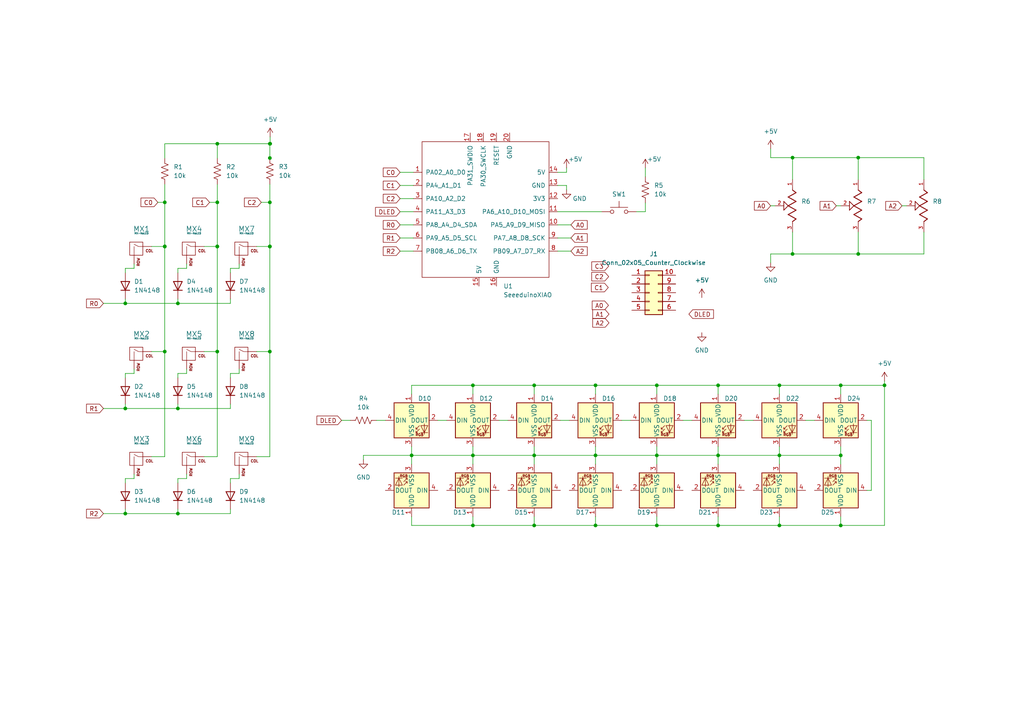
<source format=kicad_sch>
(kicad_sch (version 20211123) (generator eeschema)
  (paper "A4")
  (lib_symbols
    (symbol "Connector_Generic:Conn_02x05_Counter_Clockwise" (pin_names (offset 1.016) hide)
      (property "Reference" "J" (at 1.27 7.62 0))
      (property "Value" "Conn_02x05_Counter_Clockwise" (at 1.27 -7.62 0))
      (symbol "Conn_02x05_Counter_Clockwise_1_1"
        (rectangle (start -1.27 -4.953) (end 0 -5.207) (stroke (width 0.1524)))
        (rectangle (start -1.27 -2.413) (end 0 -2.667) (stroke (width 0.1524)))
        (rectangle (start -1.27 0.127) (end 0 -0.127) (stroke (width 0.1524)))
        (rectangle (start -1.27 2.667) (end 0 2.413) (stroke (width 0.1524)))
        (rectangle (start -1.27 5.207) (end 0 4.953) (stroke (width 0.1524)))
        (rectangle (start -1.27 6.35) (end 3.81 -6.35) (stroke (width 0.254)) (fill (type background)))
        (rectangle (start 3.81 -4.953) (end 2.54 -5.207) (stroke (width 0.1524)))
        (rectangle (start 3.81 -2.413) (end 2.54 -2.667) (stroke (width 0.1524)))
        (rectangle (start 3.81 0.127) (end 2.54 -0.127) (stroke (width 0.1524)))
        (rectangle (start 3.81 2.667) (end 2.54 2.413) (stroke (width 0.1524)))
        (rectangle (start 3.81 5.207) (end 2.54 4.953) (stroke (width 0.1524)))
        (pin passive line (at -5.08 5.08 0) (length 3.81) (name "Pin_1") (number "1"))
        (pin passive line (at 7.62 5.08 180) (length 3.81) (name "Pin_10") (number "10"))
        (pin passive line (at -5.08 2.54 0) (length 3.81) (name "Pin_2") (number "2"))
        (pin passive line (at -5.08 0 0) (length 3.81) (name "Pin_3") (number "3"))
        (pin passive line (at -5.08 -2.54 0) (length 3.81) (name "Pin_4") (number "4"))
        (pin passive line (at -5.08 -5.08 0) (length 3.81) (name "Pin_5") (number "5"))
        (pin passive line (at 7.62 -5.08 180) (length 3.81) (name "Pin_6") (number "6"))
        (pin passive line (at 7.62 -2.54 180) (length 3.81) (name "Pin_7") (number "7"))
        (pin passive line (at 7.62 0 180) (length 3.81) (name "Pin_8") (number "8"))
        (pin passive line (at 7.62 2.54 180) (length 3.81) (name "Pin_9") (number "9"))
      )
    )
    (symbol "Device:R_US" (pin_numbers hide) (pin_names (offset 0))
      (property "Reference" "R" (at 2.54 0 90))
      (property "Value" "R_US" (at -2.54 0 90))
      (symbol "R_US_0_1"
        (polyline (pts (xy 0 -2.286) (xy 0 -2.54)))
        (polyline (pts (xy 0 2.286) (xy 0 2.54)))
        (polyline (pts (xy 0 -0.762) (xy 1.016 -1.143) (xy 0 -1.524) (xy -1.016 -1.905) (xy 0 -2.286)))
        (polyline (pts (xy 0 0.762) (xy 1.016 0.381) (xy 0 0) (xy -1.016 -0.381) (xy 0 -0.762)))
        (polyline (pts (xy 0 2.286) (xy 1.016 1.905) (xy 0 1.524) (xy -1.016 1.143) (xy 0 0.762)))
      )
      (symbol "R_US_1_1"
        (pin passive line (at 0 3.81 270) (length 1.27) (name "~") (number "1"))
        (pin passive line (at 0 -3.81 90) (length 1.27) (name "~") (number "2"))
      )
    )
    (symbol "Diode:1N4148" (pin_numbers hide) (pin_names hide)
      (property "Reference" "D" (at 0 2.54 0))
      (property "Value" "1N4148" (at 0 -2.54 0))
      (symbol "1N4148_0_1"
        (polyline (pts (xy -1.27 1.27) (xy -1.27 -1.27)) (stroke (width 0.254)))
        (polyline (pts (xy 1.27 0) (xy -1.27 0)))
        (polyline (pts (xy 1.27 1.27) (xy 1.27 -1.27) (xy -1.27 0) (xy 1.27 1.27)) (stroke (width 0.254)))
      )
      (symbol "1N4148_1_1"
        (pin passive line (at -3.81 0 0) (length 2.54) (name "K") (number "1"))
        (pin passive line (at 3.81 0 180) (length 2.54) (name "A") (number "2"))
      )
    )
    (symbol "LED:WS2812B" (pin_names (offset 0.254))
      (property "Reference" "D" (at 5.08 5.715 0))
      (property "Value" "WS2812B" (at 1.27 -5.715 0))
      (symbol "WS2812B_0_0"
        (text "RGB" (at 2.286 -4.191 0) (effects (font (size 0.762 0.762))))
      )
      (symbol "WS2812B_0_1"
        (polyline (pts (xy 1.27 -3.556) (xy 1.778 -3.556)))
        (polyline (pts (xy 1.27 -2.54) (xy 1.778 -2.54)))
        (polyline (pts (xy 4.699 -3.556) (xy 2.667 -3.556)))
        (polyline (pts (xy 2.286 -2.54) (xy 1.27 -3.556) (xy 1.27 -3.048)))
        (polyline (pts (xy 2.286 -1.524) (xy 1.27 -2.54) (xy 1.27 -2.032)))
        (polyline (pts (xy 3.683 -1.016) (xy 3.683 -3.556) (xy 3.683 -4.064)))
        (polyline (pts (xy 4.699 -1.524) (xy 2.667 -1.524) (xy 3.683 -3.556) (xy 4.699 -1.524)))
        (rectangle (start 5.08 5.08) (end -5.08 -5.08) (stroke (width 0.254)) (fill (type background)))
      )
      (symbol "WS2812B_1_1"
        (pin power_in line (at 0 7.62 270) (length 2.54) (name "VDD") (number "1"))
        (pin output line (at 7.62 0 180) (length 2.54) (name "DOUT") (number "2"))
        (pin power_in line (at 0 -7.62 90) (length 2.54) (name "VSS") (number "3"))
        (pin input line (at -7.62 0 0) (length 2.54) (name "DIN") (number "4"))
      )
    )
    (symbol "MX_Alps_Hybrid:MX-NoLED" (pin_names (offset 1.016))
      (property "Reference" "MX" (at -0.635 3.81 0))
      (property "Value" "MX-NoLED" (at -0.635 1.27 0))
      (symbol "MX-NoLED_0_0"
        (rectangle (start -2.54 2.54) (end 1.27 -1.27))
        (polyline (pts (xy -1.27 -1.27) (xy -1.27 1.27)) (stroke (width 0.127)))
        (polyline (pts (xy 1.27 1.27) (xy 0 1.27) (xy -1.27 1.905)) (stroke (width 0.127)))
        (text "COL" (at 3.175 0 0) (effects (font (size 0.762 0.762))))
        (text "ROW" (at 0 -1.905 900) (effects (font (size 0.762 0.762)) (justify right)))
      )
      (symbol "MX-NoLED_1_1"
        (pin passive line (at 3.81 1.27 180) (length 2.54) (name "COL") (number "1"))
        (pin passive line (at -1.27 -3.81 90) (length 2.54) (name "ROW") (number "2"))
      )
    )
    (symbol "PTA4543-2015DPB103:PTA4543-2015DPB103" (pin_names (offset 1.016))
      (property "Reference" "R" (at -5.08 5.08 0))
      (property "Value" "PTA4543-2015DPB103" (at -5.08 2.54 0))
      (symbol "PTA4543-2015DPB103_0_0"
        (polyline (pts (xy -5.08 0) (xy -4.572 0)) (stroke (width 0.1524)))
        (polyline (pts (xy -4.572 0) (xy -3.81 1.016)) (stroke (width 0.254)))
        (polyline (pts (xy -3.81 1.016) (xy -2.54 -1.27)) (stroke (width 0.254)))
        (polyline (pts (xy -2.54 -1.27) (xy -1.27 1.016)) (stroke (width 0.254)))
        (polyline (pts (xy -1.27 -2.54) (xy 0 -1.27)) (stroke (width 0.2032)))
        (polyline (pts (xy -1.27 1.016) (xy 0 -1.27)) (stroke (width 0.254)))
        (polyline (pts (xy 0 -1.27) (xy 1.27 -2.54)) (stroke (width 0.2032)))
        (polyline (pts (xy 0 -1.27) (xy 1.27 1.016)) (stroke (width 0.254)))
        (polyline (pts (xy 1.27 -2.54) (xy -1.27 -2.54)) (stroke (width 0.2032)))
        (polyline (pts (xy 1.27 1.016) (xy 2.54 -1.27)) (stroke (width 0.254)))
        (polyline (pts (xy 2.54 -1.27) (xy 3.81 1.016)) (stroke (width 0.254)))
        (polyline (pts (xy 3.81 1.016) (xy 4.572 0)) (stroke (width 0.254)))
        (polyline (pts (xy 4.572 0) (xy 5.08 0)) (stroke (width 0.1524)))
        (pin passive line (at -7.62 0 0) (length 2.54) (name "~") (number "1"))
        (pin passive line (at 0 -5.08 90) (length 2.54) (name "~") (number "2"))
        (pin passive line (at 7.62 0 180) (length 2.54) (name "~") (number "3"))
      )
    )
    (symbol "Seeeduino XIAO:SeeeduinoXIAO" (pin_names (offset 1.016))
      (property "Reference" "U" (at -19.05 22.86 0))
      (property "Value" "SeeeduinoXIAO" (at -12.7 21.59 0))
      (symbol "SeeeduinoXIAO_0_1"
        (rectangle (start -19.05 20.32) (end 17.78 -19.05))
      )
      (symbol "SeeeduinoXIAO_1_1"
        (pin unspecified line (at -21.59 11.43 0) (length 2.54) (name "PA02_A0_D0") (number "1"))
        (pin unspecified line (at 20.32 -3.81 180) (length 2.54) (name "PA5_A9_D9_MISO") (number "10"))
        (pin unspecified line (at 20.32 0 180) (length 2.54) (name "PA6_A10_D10_MOSI") (number "11"))
        (pin unspecified line (at 20.32 3.81 180) (length 2.54) (name "3V3") (number "12"))
        (pin unspecified line (at 20.32 7.62 180) (length 2.54) (name "GND") (number "13"))
        (pin unspecified line (at 20.32 11.43 180) (length 2.54) (name "5V") (number "14"))
        (pin input line (at -2.54 -21.59 90) (length 2.54) (name "5V") (number "15"))
        (pin input line (at 2.54 -21.59 90) (length 2.54) (name "GND") (number "16"))
        (pin input line (at -5.08 22.86 270) (length 2.54) (name "PA31_SWDIO") (number "17"))
        (pin input line (at -1.27 22.86 270) (length 2.54) (name "PA30_SWCLK") (number "18"))
        (pin input line (at 2.54 22.86 270) (length 2.54) (name "RESET") (number "19"))
        (pin unspecified line (at -21.59 7.62 0) (length 2.54) (name "PA4_A1_D1") (number "2"))
        (pin input line (at 6.35 22.86 270) (length 2.54) (name "GND") (number "20"))
        (pin unspecified line (at -21.59 3.81 0) (length 2.54) (name "PA10_A2_D2") (number "3"))
        (pin unspecified line (at -21.59 0 0) (length 2.54) (name "PA11_A3_D3") (number "4"))
        (pin unspecified line (at -21.59 -3.81 0) (length 2.54) (name "PA8_A4_D4_SDA") (number "5"))
        (pin unspecified line (at -21.59 -7.62 0) (length 2.54) (name "PA9_A5_D5_SCL") (number "6"))
        (pin unspecified line (at -21.59 -11.43 0) (length 2.54) (name "PB08_A6_D6_TX") (number "7"))
        (pin unspecified line (at 20.32 -11.43 180) (length 2.54) (name "PB09_A7_D7_RX") (number "8"))
        (pin unspecified line (at 20.32 -7.62 180) (length 2.54) (name "PA7_A8_D8_SCK") (number "9"))
      )
    )
    (symbol "Switch:SW_MEC_5G" (pin_numbers hide) (pin_names (offset 1.016) hide)
      (property "Reference" "SW" (at 1.27 2.54 0))
      (property "Value" "SW_MEC_5G" (at 0 -1.524 0))
      (symbol "SW_MEC_5G_0_1"
        (circle (center -2.032 0) (radius 0.508))
        (polyline (pts (xy 0 1.27) (xy 0 3.048)))
        (polyline (pts (xy 2.54 1.27) (xy -2.54 1.27)))
        (circle (center 2.032 0) (radius 0.508))
        (pin passive line (at -5.08 0 0) (length 2.54) (name "A") (number "1"))
        (pin passive line (at 5.08 0 180) (length 2.54) (name "B") (number "3"))
      )
      (symbol "SW_MEC_5G_1_1"
        (pin passive line (at -5.08 0 0) (length 2.54) hide (name "A") (number "2"))
        (pin passive line (at 5.08 0 180) (length 2.54) hide (name "B") (number "4"))
      )
    )
    (symbol "power:+5V" (power) (pin_names (offset 0))
      (property "Value" "+5V" (at 0 3.556 0))
      (symbol "+5V_0_1"
        (polyline (pts (xy -0.762 1.27) (xy 0 2.54)))
        (polyline (pts (xy 0 0) (xy 0 2.54)))
        (polyline (pts (xy 0 2.54) (xy 0.762 1.27)))
      )
      (symbol "+5V_1_1"
        (pin power_in line (at 0 0 90) (length 0) hide (name "+5V") (number "1"))
      )
    )
    (symbol "power:GND" (power) (pin_names (offset 0))
      (property "Value" "GND" (at 0 -3.81 0))
      (symbol "GND_0_1"
        (polyline (pts (xy 0 0) (xy 0 -1.27) (xy 1.27 -1.27) (xy 0 -2.54) (xy -1.27 -1.27) (xy 0 -1.27)))
      )
      (symbol "GND_1_1"
        (pin power_in line (at 0 0 270) (length 0) hide (name "GND") (number "1"))
      )
    )
  )
  (junction (at 229.87 45.72))
  (junction (at 78.26 101.97))
  (junction (at 172.72 132.08))
  (junction (at 51.59 118.48))
  (junction (at 137.16 132.08))
  (junction (at 190.5 132.08))
  (junction (at 78.27 41.69))
  (junction (at 229.87 73.66))
  (junction (at 208.28 132.08))
  (junction (at 256.54 111.76))
  (junction (at 172.72 152.4))
  (junction (at 47.78 71.49))
  (junction (at 248.92 45.72))
  (junction (at 47.79 71.49))
  (junction (at 78.27 71.49))
  (junction (at 36.35 118.48))
  (junction (at 190.5 111.76))
  (junction (at 154.94 152.4))
  (junction (at 63.02 71.49))
  (junction (at 47.78 101.97))
  (junction (at 154.94 111.76))
  (junction (at 51.59 148.96))
  (junction (at 208.28 111.76))
  (junction (at 63.02 101.97))
  (junction (at 63.03 71.49))
  (junction (at 63.03 58.69))
  (junction (at 36.35 88))
  (junction (at 51.59 88))
  (junction (at 78.27 45.8336))
  (junction (at 63.03 41.69))
  (junction (at 243.84 111.76))
  (junction (at 119.38 132.08))
  (junction (at 243.84 152.4))
  (junction (at 226.06 132.08))
  (junction (at 243.84 132.08))
  (junction (at 248.92 73.66))
  (junction (at 226.06 152.4))
  (junction (at 154.94 132.08))
  (junction (at 36.35 148.96))
  (junction (at 47.79 58.69))
  (junction (at 78.27 58.69))
  (junction (at 226.06 111.76))
  (junction (at 208.28 152.4))
  (junction (at 137.16 111.76))
  (junction (at 78.3463 41.69))
  (junction (at 78.26 71.49))
  (junction (at 172.72 111.76))
  (junction (at 137.16 152.4))
  (junction (at 190.5 152.4))
  (wire (pts (xy 226.06 152.4) (xy 226.06 149.86)))
  (wire (pts (xy 47.78 132.45) (xy 43.97 132.45)))
  (wire (pts (xy 78.3463 41.69) (xy 78.27 41.69)))
  (wire (pts (xy 172.72 129.54) (xy 172.72 132.08)))
  (wire (pts (xy 154.94 132.08) (xy 154.94 134.62)))
  (wire (pts (xy 154.94 111.76) (xy 154.94 114.3)))
  (wire (pts (xy 54.13 108.32) (xy 54.13 107.05)))
  (wire (pts (xy 78.27 45.88) (xy 78.27 45.8336)))
  (wire (pts (xy 208.28 111.76) (xy 208.28 114.3)))
  (wire (pts (xy 30 118.48) (xy 36.35 118.48)))
  (wire (pts (xy 38.89 138.8) (xy 38.89 137.53)))
  (wire (pts (xy 256.54 111.76) (xy 256.54 152.4)))
  (wire (pts (xy 38.89 108.32) (xy 38.89 107.05)))
  (wire (pts (xy 154.94 152.4) (xy 154.94 149.86)))
  (wire (pts (xy 119.38 111.76) (xy 137.16 111.76)))
  (wire (pts (xy 242.57 59.69) (xy 243.84 59.69)))
  (wire (pts (xy 69.37 77.84) (xy 69.37 76.57)))
  (wire (pts (xy 137.16 111.76) (xy 137.16 114.3)))
  (wire (pts (xy 74.45 71.49) (xy 78.26 71.49)))
  (wire (pts (xy 162.56 121.92) (xy 165.1 121.92)))
  (wire (pts (xy 172.72 132.08) (xy 172.72 134.62)))
  (wire (pts (xy 243.84 129.54) (xy 243.84 132.08)))
  (wire (pts (xy 248.92 67.31) (xy 248.92 73.66)))
  (wire (pts (xy 190.5 132.08) (xy 208.28 132.08)))
  (wire (pts (xy 223.52 45.72) (xy 229.87 45.72)))
  (wire (pts (xy 51.59 148.96) (xy 51.59 147.69)))
  (wire (pts (xy 116.06 65.22) (xy 119.87 65.22)))
  (wire (pts (xy 36.35 108.32) (xy 38.89 108.32)))
  (wire (pts (xy 144.78 121.92) (xy 147.32 121.92)))
  (wire (pts (xy 164.32 49.98) (xy 164.32 48.71)))
  (wire (pts (xy 223.52 76.2) (xy 223.52 73.66)))
  (wire (pts (xy 226.06 132.08) (xy 226.06 134.62)))
  (wire (pts (xy 47.79 45.88) (xy 47.79 41.69)))
  (wire (pts (xy 208.28 152.4) (xy 226.06 152.4)))
  (wire (pts (xy 51.59 118.48) (xy 51.59 117.21)))
  (wire (pts (xy 78.27 53.4536) (xy 78.27 58.69)))
  (wire (pts (xy 116.06 69.03) (xy 119.87 69.03)))
  (wire (pts (xy 47.79 58.69) (xy 47.79 71.49)))
  (wire (pts (xy 78.26 101.97) (xy 74.45 101.97)))
  (wire (pts (xy 51.59 79.11) (xy 51.59 77.84)))
  (wire (pts (xy 190.5 132.08) (xy 190.5 134.62)))
  (wire (pts (xy 51.59 138.8) (xy 54.13 138.8)))
  (wire (pts (xy 66.83 118.48) (xy 51.59 118.48)))
  (wire (pts (xy 38.89 76.57) (xy 38.89 77.84)))
  (wire (pts (xy 226.06 132.08) (xy 243.84 132.08)))
  (wire (pts (xy 66.83 77.84) (xy 69.37 77.84)))
  (wire (pts (xy 127 121.92) (xy 129.54 121.92)))
  (wire (pts (xy 119.38 132.08) (xy 137.16 132.08)))
  (wire (pts (xy 251.46 121.92) (xy 252.73 121.92)))
  (wire (pts (xy 233.68 121.92) (xy 236.22 121.92)))
  (wire (pts (xy 161.78 49.98) (xy 164.32 49.98)))
  (wire (pts (xy 243.84 152.4) (xy 243.84 149.86)))
  (wire (pts (xy 51.59 109.59) (xy 51.59 108.32)))
  (wire (pts (xy 243.84 152.4) (xy 256.54 152.4)))
  (wire (pts (xy 223.52 73.66) (xy 229.87 73.66)))
  (wire (pts (xy 74.45 132.45) (xy 78.26 132.45)))
  (wire (pts (xy 66.83 88) (xy 51.59 88)))
  (wire (pts (xy 208.28 132.08) (xy 226.06 132.08)))
  (wire (pts (xy 63.02 132.45) (xy 63.02 101.97)))
  (wire (pts (xy 36.35 138.8) (xy 38.89 138.8)))
  (wire (pts (xy 69.37 138.8) (xy 69.37 137.53)))
  (wire (pts (xy 267.97 45.72) (xy 267.97 52.07)))
  (wire (pts (xy 119.38 152.4) (xy 137.16 152.4)))
  (wire (pts (xy 116.06 61.41) (xy 119.87 61.41)))
  (wire (pts (xy 226.06 111.76) (xy 226.06 114.3)))
  (wire (pts (xy 137.16 152.4) (xy 137.16 149.86)))
  (wire (pts (xy 51.59 118.48) (xy 36.35 118.48)))
  (wire (pts (xy 119.38 114.3) (xy 119.38 111.76)))
  (wire (pts (xy 229.87 45.72) (xy 248.92 45.72)))
  (wire (pts (xy 78.26 132.45) (xy 78.26 101.97)))
  (wire (pts (xy 116.06 49.98) (xy 119.87 49.98)))
  (wire (pts (xy 119.38 149.86) (xy 119.38 152.4)))
  (wire (pts (xy 66.83 148.96) (xy 51.59 148.96)))
  (wire (pts (xy 78.27 45.8336) (xy 78.27 41.69)))
  (wire (pts (xy 54.13 77.84) (xy 54.13 76.57)))
  (wire (pts (xy 54.13 138.8) (xy 54.13 137.53)))
  (wire (pts (xy 248.92 45.72) (xy 248.92 52.07)))
  (wire (pts (xy 172.72 152.4) (xy 172.72 149.86)))
  (wire (pts (xy 51.59 148.96) (xy 36.35 148.96)))
  (wire (pts (xy 116.06 53.79) (xy 119.87 53.79)))
  (wire (pts (xy 172.72 132.08) (xy 190.5 132.08)))
  (wire (pts (xy 187.18 48.71) (xy 187.18 51.25)))
  (wire (pts (xy 59.21 71.49) (xy 63.02 71.49)))
  (wire (pts (xy 229.87 52.07) (xy 229.87 45.72)))
  (wire (pts (xy 60.79 58.69) (xy 63.03 58.69)))
  (wire (pts (xy 161.78 65.22) (xy 165.59 65.22)))
  (wire (pts (xy 63.03 53.5) (xy 63.03 58.69)))
  (wire (pts (xy 190.5 152.4) (xy 190.5 149.86)))
  (wire (pts (xy 63.03 71.49) (xy 63.02 71.49)))
  (wire (pts (xy 172.72 111.76) (xy 172.72 114.3)))
  (wire (pts (xy 36.35 88) (xy 51.59 88)))
  (wire (pts (xy 223.52 59.69) (xy 224.79 59.69)))
  (wire (pts (xy 256.54 111.76) (xy 256.54 110.49)))
  (wire (pts (xy 229.87 67.31) (xy 229.87 73.66)))
  (wire (pts (xy 45.79 58.69) (xy 47.79 58.69)))
  (wire (pts (xy 172.72 152.4) (xy 190.5 152.4)))
  (wire (pts (xy 47.78 71.49) (xy 47.78 101.97)))
  (wire (pts (xy 208.28 132.08) (xy 208.28 134.62)))
  (wire (pts (xy 161.78 61.41) (xy 174.48 61.41)))
  (wire (pts (xy 38.89 77.84) (xy 36.35 77.84)))
  (wire (pts (xy 30 148.96) (xy 36.35 148.96)))
  (wire (pts (xy 137.16 132.08) (xy 154.94 132.08)))
  (wire (pts (xy 109.22 121.92) (xy 111.76 121.92)))
  (wire (pts (xy 66.83 108.32) (xy 69.37 108.32)))
  (wire (pts (xy 215.9 121.92) (xy 218.44 121.92)))
  (wire (pts (xy 43.97 71.49) (xy 47.78 71.49)))
  (wire (pts (xy 184.64 61.41) (xy 187.18 61.41)))
  (wire (pts (xy 99.06 121.92) (xy 101.6 121.92)))
  (wire (pts (xy 30 88) (xy 36.35 88)))
  (wire (pts (xy 243.84 111.76) (xy 243.84 114.3)))
  (wire (pts (xy 243.84 132.08) (xy 243.84 134.62)))
  (wire (pts (xy 66.83 79.11) (xy 66.83 77.84)))
  (wire (pts (xy 36.35 140.07) (xy 36.35 138.8)))
  (wire (pts (xy 69.37 108.32) (xy 69.37 107.05)))
  (wire (pts (xy 248.92 73.66) (xy 267.97 73.66)))
  (wire (pts (xy 164.32 53.79) (xy 164.32 55.06)))
  (wire (pts (xy 63.03 41.69) (xy 63.03 45.88)))
  (wire (pts (xy 78.27 71.49) (xy 78.26 71.49)))
  (wire (pts (xy 187.18 61.41) (xy 187.18 58.87)))
  (wire (pts (xy 63.02 101.97) (xy 59.21 101.97)))
  (wire (pts (xy 36.35 118.48) (xy 36.35 117.21)))
  (wire (pts (xy 63.03 58.69) (xy 63.03 71.49)))
  (wire (pts (xy 190.5 111.76) (xy 208.28 111.76)))
  (wire (pts (xy 78.27 58.69) (xy 78.27 71.49)))
  (wire (pts (xy 248.92 45.72) (xy 267.97 45.72)))
  (wire (pts (xy 47.79 41.69) (xy 63.03 41.69)))
  (wire (pts (xy 78.26 71.49) (xy 78.26 101.97)))
  (wire (pts (xy 51.59 140.07) (xy 51.59 138.8)))
  (wire (pts (xy 36.35 148.96) (xy 36.35 147.69)))
  (wire (pts (xy 137.16 132.08) (xy 137.16 134.62)))
  (wire (pts (xy 137.16 129.54) (xy 137.16 132.08)))
  (wire (pts (xy 119.38 129.54) (xy 119.38 132.08)))
  (wire (pts (xy 154.94 129.54) (xy 154.94 132.08)))
  (wire (pts (xy 226.06 152.4) (xy 243.84 152.4)))
  (wire (pts (xy 252.73 121.92) (xy 252.73 142.24)))
  (wire (pts (xy 66.83 147.69) (xy 66.83 148.96)))
  (wire (pts (xy 154.94 152.4) (xy 172.72 152.4)))
  (wire (pts (xy 190.5 111.76) (xy 190.5 114.3)))
  (wire (pts (xy 180.34 121.92) (xy 182.88 121.92)))
  (wire (pts (xy 208.28 152.4) (xy 208.28 149.86)))
  (wire (pts (xy 137.16 111.76) (xy 154.94 111.76)))
  (wire (pts (xy 59.21 132.45) (xy 63.02 132.45)))
  (wire (pts (xy 137.16 152.4) (xy 154.94 152.4)))
  (wire (pts (xy 198.12 121.92) (xy 200.66 121.92)))
  (wire (pts (xy 119.38 132.08) (xy 105.41 132.08)))
  (wire (pts (xy 243.84 111.76) (xy 256.54 111.76)))
  (wire (pts (xy 63.02 71.49) (xy 63.02 101.97)))
  (wire (pts (xy 78.3463 39.6938) (xy 78.3463 41.69)))
  (wire (pts (xy 208.28 129.54) (xy 208.28 132.08)))
  (wire (pts (xy 36.35 109.59) (xy 36.35 108.32)))
  (wire (pts (xy 66.83 86.73) (xy 66.83 88)))
  (wire (pts (xy 226.06 129.54) (xy 226.06 132.08)))
  (wire (pts (xy 161.78 53.79) (xy 164.32 53.79)))
  (wire (pts (xy 190.5 129.54) (xy 190.5 132.08)))
  (wire (pts (xy 66.83 117.21) (xy 66.83 118.48)))
  (wire (pts (xy 66.83 138.8) (xy 69.37 138.8)))
  (wire (pts (xy 161.78 72.84) (xy 165.59 72.84)))
  (wire (pts (xy 47.79 71.49) (xy 47.78 71.49)))
  (wire (pts (xy 51.59 77.84) (xy 54.13 77.84)))
  (wire (pts (xy 190.5 152.4) (xy 208.28 152.4)))
  (wire (pts (xy 47.78 101.97) (xy 47.78 132.45)))
  (wire (pts (xy 51.59 108.32) (xy 54.13 108.32)))
  (wire (pts (xy 229.87 73.66) (xy 248.92 73.66)))
  (wire (pts (xy 154.94 111.76) (xy 172.72 111.76)))
  (wire (pts (xy 78.27 41.69) (xy 63.03 41.69)))
  (wire (pts (xy 223.52 43.18) (xy 223.52 45.72)))
  (wire (pts (xy 161.78 69.03) (xy 165.59 69.03)))
  (wire (pts (xy 252.73 142.24) (xy 251.46 142.24)))
  (wire (pts (xy 36.35 77.84) (xy 36.35 79.11)))
  (wire (pts (xy 66.83 109.59) (xy 66.83 108.32)))
  (wire (pts (xy 154.94 132.08) (xy 172.72 132.08)))
  (wire (pts (xy 43.97 101.97) (xy 47.78 101.97)))
  (wire (pts (xy 36.35 86.73) (xy 36.35 88)))
  (wire (pts (xy 116.06 72.84) (xy 119.87 72.84)))
  (wire (pts (xy 105.41 132.08) (xy 105.41 133.35)))
  (wire (pts (xy 119.38 132.08) (xy 119.38 134.62)))
  (wire (pts (xy 261.62 59.69) (xy 262.89 59.69)))
  (wire (pts (xy 172.72 111.76) (xy 190.5 111.76)))
  (wire (pts (xy 66.83 140.07) (xy 66.83 138.8)))
  (wire (pts (xy 208.28 111.76) (xy 226.06 111.76)))
  (wire (pts (xy 75.79 58.69) (xy 78.27 58.69)))
  (wire (pts (xy 51.59 88) (xy 51.59 86.73)))
  (wire (pts (xy 267.97 67.31) (xy 267.97 73.66)))
  (wire (pts (xy 47.79 53.5) (xy 47.79 58.69)))
  (wire (pts (xy 226.06 111.76) (xy 243.84 111.76)))
  (wire (pts (xy 116.06 57.6) (xy 119.87 57.6)))
  (global_label "A0" (shape input) (at 165.59 65.22 0) (property "Intersheet References" "${INTERSHEET_REFS}" (effects hide)))
  (global_label "C1" (shape input) (at 60.79 58.69 180) (property "Intersheet References" "${INTERSHEET_REFS}" (effects hide)))
  (global_label "C2" (shape input) (at 116.06 57.6 180) (property "Intersheet References" "${INTERSHEET_REFS}" (effects hide)))
  (global_label "A2" (shape input) (at 165.59 72.84 0) (property "Intersheet References" "${INTERSHEET_REFS}" (effects hide)))
  (global_label "C2" (shape input) (at 75.79 58.69 180) (property "Intersheet References" "${INTERSHEET_REFS}" (effects hide)))
  (global_label "R2" (shape input) (at 30 148.96 180) (property "Intersheet References" "${INTERSHEET_REFS}" (effects hide)))
  (global_label "A2" (shape input) (at 176.6431 93.645 180) (property "Intersheet References" "${INTERSHEET_REFS}" (effects hide)))
  (global_label "R1" (shape input) (at 116.06 69.03 180) (property "Intersheet References" "${INTERSHEET_REFS}" (effects hide)))
  (global_label "R1" (shape input) (at 30 118.48 180) (property "Intersheet References" "${INTERSHEET_REFS}" (effects hide)))
  (global_label "C0" (shape input) (at 116.06 49.98 180) (property "Intersheet References" "${INTERSHEET_REFS}" (effects hide)))
  (global_label "C0" (shape input) (at 45.79 58.69 180) (property "Intersheet References" "${INTERSHEET_REFS}" (effects hide)))
  (global_label "R0" (shape input) (at 116.06 65.22 180) (property "Intersheet References" "${INTERSHEET_REFS}" (effects hide)))
  (global_label "DLED" (shape input) (at 99.06 121.92 180) (property "Intersheet References" "${INTERSHEET_REFS}" (effects hide)))
  (global_label "DLED" (shape input) (at 116.06 61.41 180) (property "Intersheet References" "${INTERSHEET_REFS}" (effects hide)))
  (global_label "R2" (shape input) (at 116.06 72.84 180) (property "Intersheet References" "${INTERSHEET_REFS}" (effects hide)))
  (global_label "A1" (shape input) (at 242.57 59.69 180) (property "Intersheet References" "${INTERSHEET_REFS}" (effects hide)))
  (global_label "A0" (shape input) (at 176.4927 88.565 180) (property "Intersheet References" "${INTERSHEET_REFS}" (effects hide)))
  (global_label "C1" (shape input) (at 116.06 53.79 180) (property "Intersheet References" "${INTERSHEET_REFS}" (effects hide)))
  (global_label "R0" (shape input) (at 30 88 180) (property "Intersheet References" "${INTERSHEET_REFS}" (effects hide)))
  (global_label "C1" (shape input) (at 176.4301 83.3848 180) (property "Intersheet References" "${INTERSHEET_REFS}" (effects hide)))
  (global_label "DLED" (shape input) (at 199.7978 91.105 0) (property "Intersheet References" "${INTERSHEET_REFS}" (effects hide)))
  (global_label "A1" (shape input) (at 165.59 69.03 0) (property "Intersheet References" "${INTERSHEET_REFS}" (effects hide)))
  (global_label "C2" (shape input) (at 176.547 80.2297 180) (property "Intersheet References" "${INTERSHEET_REFS}" (effects hide)))
  (global_label "A2" (shape input) (at 261.62 59.69 180) (property "Intersheet References" "${INTERSHEET_REFS}" (effects hide)))
  (global_label "A1" (shape input) (at 176.6431 91.105 180) (property "Intersheet References" "${INTERSHEET_REFS}" (effects hide)))
  (global_label "C3" (shape input) (at 176.547 77.1914 180) (property "Intersheet References" "${INTERSHEET_REFS}" (effects hide)))
  (global_label "A0" (shape input) (at 223.52 59.69 180) (property "Intersheet References" "${INTERSHEET_REFS}" (effects hide)))
  (symbol (lib_id "Diode:1N4148") (at 51.59 143.88 90) (unit 1)
    (property "Reference" "D6" (at 54.13 142.6099 90) (effects (justify right)))
    (property "Value" "1N4148" (at 54.13 145.1499 90) (effects (justify right)))
    (property "Footprint" "Diode_THT:D_DO-35_SOD27_P7.62mm_Horizontal" (effects hide))
    (property "Datasheet" "https://assets.nexperia.com/documents/data-sheet/1N4148_1N4448.pdf" (effects hide))
  )
  (symbol (lib_id "Seeeduino XIAO:SeeeduinoXIAO") (at 141.46 61.41 0) (unit 1)
    (property "Reference" "U1" (at 146.0194 83 0) (effects (justify left)))
    (property "Value" "SeeeduinoXIAO" (at 146.0194 85.54 0) (effects (justify left)))
    (property "Footprint" "Seeeduino XIAO KICAD:Seeeduino XIAO-MOUDLE14P-2.54-21X17.8MM" (effects hide))
  )
  (symbol (lib_id "Connector_Generic:Conn_02x05_Counter_Clockwise") (at 188.3496 84.904 0) (unit 1)
    (property "Reference" "J1" (at 189.6196 73.66 0))
    (property "Value" "Conn_02x05_Counter_Clockwise" (at 189.6196 76.2 0))
    (property "Footprint" "Connector_PinHeader_2.54mm:PinHeader_2x05_P2.54mm_Vertical" (effects hide))
  )
  (symbol (lib_id "Diode:1N4148") (at 36.35 143.88 90) (unit 1)
    (property "Reference" "D3" (at 38.89 142.6099 90) (effects (justify right)))
    (property "Value" "1N4148" (at 38.89 145.1499 90) (effects (justify right)))
    (property "Footprint" "Diode_THT:D_DO-35_SOD27_P7.62mm_Horizontal" (effects hide))
    (property "Datasheet" "https://assets.nexperia.com/documents/data-sheet/1N4148_1N4448.pdf" (effects hide))
  )
  (symbol (lib_id "power:GND") (at 164.32 55.06 0) (unit 1)
    (property "Reference" "#PWR0106" (effects hide))
    (property "Value" "GND" (at 168.13 57.6 0))
  )
  (symbol (lib_id "MX_Alps_Hybrid:MX-NoLED") (at 55.4 103.24 0) (unit 1)
    (property "Reference" "MX5" (at 56.2856 96.89 0) (effects (font (size 1.524 1.524))))
    (property "Value" "MX-NoLED" (at 56.2856 98.16 0) (effects (font (size 0.508 0.508))))
    (property "Footprint" "Slide Potentiometer:Cherry Cutout" (effects hide))
  )
  (symbol (lib_id "MX_Alps_Hybrid:MX-NoLED") (at 40.16 103.24 0) (unit 1)
    (property "Reference" "MX2" (at 41.0456 96.89 0) (effects (font (size 1.524 1.524))))
    (property "Value" "MX-NoLED" (at 41.0456 98.16 0) (effects (font (size 0.508 0.508))))
    (property "Footprint" "Slide Potentiometer:Cherry Cutout" (effects hide))
  )
  (symbol (lib_id "Diode:1N4148") (at 51.59 82.92 90) (unit 1)
    (property "Reference" "D4" (at 54.13 81.6499 90) (effects (justify right)))
    (property "Value" "1N4148" (at 54.13 84.1899 90) (effects (justify right)))
    (property "Footprint" "Diode_THT:D_DO-35_SOD27_P7.62mm_Horizontal" (effects hide))
    (property "Datasheet" "https://assets.nexperia.com/documents/data-sheet/1N4148_1N4448.pdf" (effects hide))
  )
  (symbol (lib_id "power:GND") (at 105.41 133.35 0) (unit 1)
    (property "Reference" "#PWR0103" (effects hide))
    (property "Value" "GND" (at 105.41 138.43 0))
  )
  (symbol (lib_id "LED:WS2812B") (at 154.94 142.24 180) (unit 1)
    (property "Reference" "D15" (at 151.13 148.59 0))
    (property "Value" "WS2812B" (effects hide))
    (property "Footprint" "LED_SMD:LED_WS2812B_PLCC4_5.0x5.0mm_P3.2mm" (effects hide))
    (property "Datasheet" "https://cdn-shop.adafruit.com/datasheets/WS2812B.pdf" (effects hide))
  )
  (symbol (lib_id "Switch:SW_MEC_5G") (at 179.56 61.41 0) (unit 1)
    (property "Reference" "SW1" (at 179.56 56.33 0))
    (property "Value" "SW_MEC_5G" (effects hide))
    (property "Footprint" "random-keyboard-parts:PushButton_6x6mm_TH_Pretty" (effects hide))
    (property "Datasheet" "http://www.apem.com/int/index.php?controller=attachment&id_attachment=488" (effects hide))
  )
  (symbol (lib_id "power:+5V") (at 256.54 110.49 0) (unit 1)
    (property "Reference" "#PWR0104" (effects hide))
    (property "Value" "+5V" (at 256.54 105.41 0))
  )
  (symbol (lib_id "MX_Alps_Hybrid:MX-NoLED") (at 55.4 72.76 0) (unit 1)
    (property "Reference" "MX4" (at 56.2856 66.41 0) (effects (font (size 1.524 1.524))))
    (property "Value" "MX-NoLED" (at 56.2856 67.68 0) (effects (font (size 0.508 0.508))))
    (property "Footprint" "Slide Potentiometer:Cherry Cutout" (effects hide))
  )
  (symbol (lib_id "LED:WS2812B") (at 208.28 121.92 0) (unit 1)
    (property "Reference" "D20" (at 212.09 115.57 0))
    (property "Value" "WS2812B" (effects hide))
    (property "Footprint" "LED_SMD:LED_WS2812B_PLCC4_5.0x5.0mm_P3.2mm" (effects hide))
    (property "Datasheet" "https://cdn-shop.adafruit.com/datasheets/WS2812B.pdf" (effects hide))
  )
  (symbol (lib_id "MX_Alps_Hybrid:MX-NoLED") (at 55.4 133.72 0) (unit 1)
    (property "Reference" "MX6" (at 56.2856 127.37 0) (effects (font (size 1.524 1.524))))
    (property "Value" "MX-NoLED" (at 56.2856 128.64 0) (effects (font (size 0.508 0.508))))
    (property "Footprint" "Slide Potentiometer:Cherry Cutout" (effects hide))
  )
  (symbol (lib_id "power:+5V") (at 223.52 43.18 0) (unit 1)
    (property "Reference" "#PWR0102" (effects hide))
    (property "Value" "+5V" (at 223.52 38.1 0))
  )
  (symbol (lib_id "Diode:1N4148") (at 51.59 113.4 90) (unit 1)
    (property "Reference" "D5" (at 54.13 112.1299 90) (effects (justify right)))
    (property "Value" "1N4148" (at 54.13 114.6699 90) (effects (justify right)))
    (property "Footprint" "Diode_THT:D_DO-35_SOD27_P7.62mm_Horizontal" (effects hide))
    (property "Datasheet" "https://assets.nexperia.com/documents/data-sheet/1N4148_1N4448.pdf" (effects hide))
  )
  (symbol (lib_id "Device:R_US") (at 187.18 55.06 180) (unit 1)
    (property "Reference" "R5" (at 189.72 53.7899 0) (effects (justify right)))
    (property "Value" "10k" (at 189.72 56.3299 0) (effects (justify right)))
    (property "Footprint" "Resistor_THT:R_Axial_DIN0207_L6.3mm_D2.5mm_P10.16mm_Horizontal" (effects hide))
  )
  (symbol (lib_id "power:+5V") (at 187.18 48.71 0) (unit 1)
    (property "Reference" "#PWR0107" (effects hide))
    (property "Value" "+5V" (at 189.72 46.17 0))
  )
  (symbol (lib_id "LED:WS2812B") (at 119.38 121.92 0) (unit 1)
    (property "Reference" "D10" (at 123.19 115.57 0))
    (property "Value" "WS2812B" (effects hide))
    (property "Footprint" "LED_SMD:LED_WS2812B_PLCC4_5.0x5.0mm_P3.2mm" (effects hide))
    (property "Datasheet" "https://cdn-shop.adafruit.com/datasheets/WS2812B.pdf" (effects hide))
  )
  (symbol (lib_id "PTA4543-2015DPB103:PTA4543-2015DPB103") (at 248.92 59.69 270) (unit 1)
    (property "Reference" "R7" (at 251.46 58.4199 90) (effects (justify left)))
    (property "Value" "PTA4543-2015DPB103" (effects hide))
    (property "Footprint" "Slide Potentiometer:Slide Pot Cutout" (effects hide))
    (property "SNAPEDA_PN" "PTA4543-2015DPB103" (effects hide))
    (property "MANUFACTURER" "Bourns" (effects hide))
    (property "MAXIMUM_PACKAGE_HEIGHT" "21.5 mm" (effects hide))
    (property "STANDARD" "Manufacturer Recommendations" (effects hide))
    (property "PARTREV" "04/21" (effects hide))
  )
  (symbol (lib_id "power:+5V") (at 203.5567 86.3311 0) (unit 1)
    (property "Reference" "#PWR0110" (effects hide))
    (property "Value" "+5V" (at 203.5567 81.28 0))
  )
  (symbol (lib_id "Device:R_US") (at 47.79 49.69 0) (unit 1)
    (property "Reference" "R1" (at 50.33 48.4199 0) (effects (justify left)))
    (property "Value" "10k" (at 50.33 50.9599 0) (effects (justify left)))
    (property "Footprint" "Resistor_THT:R_Axial_DIN0207_L6.3mm_D2.5mm_P10.16mm_Horizontal" (effects hide))
  )
  (symbol (lib_id "LED:WS2812B") (at 172.72 121.92 0) (unit 1)
    (property "Reference" "D16" (at 176.53 115.57 0))
    (property "Value" "WS2812B" (effects hide))
    (property "Footprint" "LED_SMD:LED_WS2812B_PLCC4_5.0x5.0mm_P3.2mm" (effects hide))
    (property "Datasheet" "https://cdn-shop.adafruit.com/datasheets/WS2812B.pdf" (effects hide))
  )
  (symbol (lib_id "power:GND") (at 203.5567 96.4802 0) (unit 1)
    (property "Reference" "#PWR0109" (effects hide))
    (property "Value" "GND" (at 203.5567 101.6 0))
  )
  (symbol (lib_id "MX_Alps_Hybrid:MX-NoLED") (at 40.16 133.72 0) (unit 1)
    (property "Reference" "MX3" (at 41.0456 127.37 0) (effects (font (size 1.524 1.524))))
    (property "Value" "MX-NoLED" (at 41.0456 128.64 0) (effects (font (size 0.508 0.508))))
    (property "Footprint" "Slide Potentiometer:Cherry Cutout" (effects hide))
  )
  (symbol (lib_id "Device:R_US") (at 105.41 121.92 90) (unit 1)
    (property "Reference" "R4" (at 105.41 115.57 90))
    (property "Value" "10k" (at 105.41 118.11 90))
    (property "Footprint" "Resistor_THT:R_Axial_DIN0207_L6.3mm_D2.5mm_P10.16mm_Horizontal" (effects hide))
  )
  (symbol (lib_id "Diode:1N4148") (at 66.83 143.88 90) (unit 1)
    (property "Reference" "D9" (at 69.37 142.6099 90) (effects (justify right)))
    (property "Value" "1N4148" (at 69.37 145.1499 90) (effects (justify right)))
    (property "Footprint" "Diode_THT:D_DO-35_SOD27_P7.62mm_Horizontal" (effects hide))
    (property "Datasheet" "https://assets.nexperia.com/documents/data-sheet/1N4148_1N4448.pdf" (effects hide))
  )
  (symbol (lib_id "Device:R_US") (at 78.27 49.6436 180) (unit 1)
    (property "Reference" "R3" (at 80.82 48.3735 0) (effects (justify right)))
    (property "Value" "10k" (at 80.82 50.9135 0) (effects (justify right)))
    (property "Footprint" "Resistor_THT:R_Axial_DIN0207_L6.3mm_D2.5mm_P10.16mm_Horizontal" (effects hide))
  )
  (symbol (lib_id "LED:WS2812B") (at 172.72 142.24 180) (unit 1)
    (property "Reference" "D17" (at 168.91 148.59 0))
    (property "Value" "WS2812B" (effects hide))
    (property "Footprint" "LED_SMD:LED_WS2812B_PLCC4_5.0x5.0mm_P3.2mm" (effects hide))
    (property "Datasheet" "https://cdn-shop.adafruit.com/datasheets/WS2812B.pdf" (effects hide))
  )
  (symbol (lib_id "MX_Alps_Hybrid:MX-NoLED") (at 70.64 103.24 0) (unit 1)
    (property "Reference" "MX8" (at 71.5256 96.89 0) (effects (font (size 1.524 1.524))))
    (property "Value" "MX-NoLED" (at 71.5256 98.16 0) (effects (font (size 0.508 0.508))))
    (property "Footprint" "Slide Potentiometer:Cherry Cutout" (effects hide))
  )
  (symbol (lib_id "LED:WS2812B") (at 226.06 121.92 0) (unit 1)
    (property "Reference" "D22" (at 229.87 115.57 0))
    (property "Value" "WS2812B" (effects hide))
    (property "Footprint" "LED_SMD:LED_WS2812B_PLCC4_5.0x5.0mm_P3.2mm" (effects hide))
    (property "Datasheet" "https://cdn-shop.adafruit.com/datasheets/WS2812B.pdf" (effects hide))
  )
  (symbol (lib_id "power:+5V") (at 78.3463 39.6938 0) (unit 1)
    (property "Reference" "#PWR0108" (effects hide))
    (property "Value" "+5V" (at 78.3463 34.66 0))
  )
  (symbol (lib_id "LED:WS2812B") (at 190.5 121.92 0) (unit 1)
    (property "Reference" "D18" (at 194.31 115.57 0))
    (property "Value" "WS2812B" (effects hide))
    (property "Footprint" "LED_SMD:LED_WS2812B_PLCC4_5.0x5.0mm_P3.2mm" (effects hide))
    (property "Datasheet" "https://cdn-shop.adafruit.com/datasheets/WS2812B.pdf" (effects hide))
  )
  (symbol (lib_id "LED:WS2812B") (at 137.16 142.24 180) (unit 1)
    (property "Reference" "D13" (at 133.35 148.59 0))
    (property "Value" "WS2812B" (effects hide))
    (property "Footprint" "LED_SMD:LED_WS2812B_PLCC4_5.0x5.0mm_P3.2mm" (effects hide))
    (property "Datasheet" "https://cdn-shop.adafruit.com/datasheets/WS2812B.pdf" (effects hide))
  )
  (symbol (lib_id "PTA4543-2015DPB103:PTA4543-2015DPB103") (at 267.97 59.69 270) (unit 1)
    (property "Reference" "R8" (at 270.51 58.4199 90) (effects (justify left)))
    (property "Value" "PTA4543-2015DPB103" (effects hide))
    (property "Footprint" "Slide Potentiometer:Slide Pot Cutout" (effects hide))
    (property "SNAPEDA_PN" "PTA4543-2015DPB103" (effects hide))
    (property "MANUFACTURER" "Bourns" (effects hide))
    (property "MAXIMUM_PACKAGE_HEIGHT" "21.5 mm" (effects hide))
    (property "STANDARD" "Manufacturer Recommendations" (effects hide))
    (property "PARTREV" "04/21" (effects hide))
  )
  (symbol (lib_id "LED:WS2812B") (at 119.38 142.24 180) (unit 1)
    (property "Reference" "D11" (at 115.57 148.59 0))
    (property "Value" "WS2812B" (effects hide))
    (property "Footprint" "LED_SMD:LED_WS2812B_PLCC4_5.0x5.0mm_P3.2mm" (effects hide))
    (property "Datasheet" "https://cdn-shop.adafruit.com/datasheets/WS2812B.pdf" (effects hide))
  )
  (symbol (lib_id "LED:WS2812B") (at 190.5 142.24 180) (unit 1)
    (property "Reference" "D19" (at 186.69 148.59 0))
    (property "Value" "WS2812B" (effects hide))
    (property "Footprint" "LED_SMD:LED_WS2812B_PLCC4_5.0x5.0mm_P3.2mm" (effects hide))
    (property "Datasheet" "https://cdn-shop.adafruit.com/datasheets/WS2812B.pdf" (effects hide))
  )
  (symbol (lib_id "LED:WS2812B") (at 243.84 142.24 180) (unit 1)
    (property "Reference" "D25" (at 240.03 148.59 0))
    (property "Value" "WS2812B" (effects hide))
    (property "Footprint" "LED_SMD:LED_WS2812B_PLCC4_5.0x5.0mm_P3.2mm" (effects hide))
    (property "Datasheet" "https://cdn-shop.adafruit.com/datasheets/WS2812B.pdf" (effects hide))
  )
  (symbol (lib_id "power:GND") (at 223.52 76.2 0) (unit 1)
    (property "Reference" "#PWR0101" (effects hide))
    (property "Value" "GND" (at 223.52 81.28 0))
  )
  (symbol (lib_id "LED:WS2812B") (at 226.06 142.24 180) (unit 1)
    (property "Reference" "D23" (at 222.25 148.59 0))
    (property "Value" "WS2812B" (effects hide))
    (property "Footprint" "LED_SMD:LED_WS2812B_PLCC4_5.0x5.0mm_P3.2mm" (effects hide))
    (property "Datasheet" "https://cdn-shop.adafruit.com/datasheets/WS2812B.pdf" (effects hide))
  )
  (symbol (lib_id "LED:WS2812B") (at 243.84 121.92 0) (unit 1)
    (property "Reference" "D24" (at 247.65 115.57 0))
    (property "Value" "WS2812B" (effects hide))
    (property "Footprint" "LED_SMD:LED_WS2812B_PLCC4_5.0x5.0mm_P3.2mm" (effects hide))
    (property "Datasheet" "https://cdn-shop.adafruit.com/datasheets/WS2812B.pdf" (effects hide))
  )
  (symbol (lib_id "Device:R_US") (at 63.03 49.69 0) (unit 1)
    (property "Reference" "R2" (at 65.57 48.4199 0) (effects (justify left)))
    (property "Value" "10k" (at 65.57 50.9599 0) (effects (justify left)))
    (property "Footprint" "Resistor_THT:R_Axial_DIN0207_L6.3mm_D2.5mm_P10.16mm_Horizontal" (effects hide))
  )
  (symbol (lib_id "Diode:1N4148") (at 66.83 82.92 90) (unit 1)
    (property "Reference" "D7" (at 69.37 81.6499 90) (effects (justify right)))
    (property "Value" "1N4148" (at 69.37 84.1899 90) (effects (justify right)))
    (property "Footprint" "Diode_THT:D_DO-35_SOD27_P7.62mm_Horizontal" (effects hide))
    (property "Datasheet" "https://assets.nexperia.com/documents/data-sheet/1N4148_1N4448.pdf" (effects hide))
  )
  (symbol (lib_id "MX_Alps_Hybrid:MX-NoLED") (at 40.16 72.76 0) (unit 1)
    (property "Reference" "MX1" (at 41.0456 66.41 0) (effects (font (size 1.524 1.524))))
    (property "Value" "MX-NoLED" (at 41.0456 67.68 0) (effects (font (size 0.508 0.508))))
    (property "Footprint" "Slide Potentiometer:Cherry Cutout" (effects hide))
  )
  (symbol (lib_id "Diode:1N4148") (at 66.83 113.4 90) (unit 1)
    (property "Reference" "D8" (at 69.37 112.1299 90) (effects (justify right)))
    (property "Value" "1N4148" (at 69.37 114.6699 90) (effects (justify right)))
    (property "Footprint" "Diode_THT:D_DO-35_SOD27_P7.62mm_Horizontal" (effects hide))
    (property "Datasheet" "https://assets.nexperia.com/documents/data-sheet/1N4148_1N4448.pdf" (effects hide))
  )
  (symbol (lib_id "Diode:1N4148") (at 36.35 82.92 90) (unit 1)
    (property "Reference" "D1" (at 38.89 81.6499 90) (effects (justify right)))
    (property "Value" "1N4148" (at 38.89 84.1899 90) (effects (justify right)))
    (property "Footprint" "Diode_THT:D_DO-35_SOD27_P7.62mm_Horizontal" (effects hide))
    (property "Datasheet" "https://assets.nexperia.com/documents/data-sheet/1N4148_1N4448.pdf" (effects hide))
  )
  (symbol (lib_id "PTA4543-2015DPB103:PTA4543-2015DPB103") (at 229.87 59.69 270) (unit 1)
    (property "Reference" "R6" (at 232.41 58.4199 90) (effects (justify left)))
    (property "Value" "PTA4543-2015DPB103" (effects hide))
    (property "Footprint" "Slide Potentiometer:Slide Pot Cutout" (effects hide))
    (property "SNAPEDA_PN" "PTA4543-2015DPB103" (effects hide))
    (property "MANUFACTURER" "Bourns" (effects hide))
    (property "MAXIMUM_PACKAGE_HEIGHT" "21.5 mm" (effects hide))
    (property "STANDARD" "Manufacturer Recommendations" (effects hide))
    (property "PARTREV" "04/21" (effects hide))
  )
  (symbol (lib_id "power:+5V") (at 164.32 48.71 0) (unit 1)
    (property "Reference" "#PWR0105" (effects hide))
    (property "Value" "+5V" (at 166.86 46.17 0))
  )
  (symbol (lib_id "MX_Alps_Hybrid:MX-NoLED") (at 70.64 133.72 0) (unit 1)
    (property "Reference" "MX9" (at 71.5256 127.37 0) (effects (font (size 1.524 1.524))))
    (property "Value" "MX-NoLED" (at 71.5256 128.64 0) (effects (font (size 0.508 0.508))))
    (property "Footprint" "Slide Potentiometer:Cherry Cutout" (effects hide))
  )
  (symbol (lib_id "LED:WS2812B") (at 208.28 142.24 180) (unit 1)
    (property "Reference" "D21" (at 204.47 148.59 0))
    (property "Value" "WS2812B" (effects hide))
    (property "Footprint" "LED_SMD:LED_WS2812B_PLCC4_5.0x5.0mm_P3.2mm" (effects hide))
    (property "Datasheet" "https://cdn-shop.adafruit.com/datasheets/WS2812B.pdf" (effects hide))
  )
  (symbol (lib_id "Diode:1N4148") (at 36.35 113.4 90) (unit 1)
    (property "Reference" "D2" (at 38.89 112.1299 90) (effects (justify right)))
    (property "Value" "1N4148" (at 38.89 114.6699 90) (effects (justify right)))
    (property "Footprint" "Diode_THT:D_DO-35_SOD27_P7.62mm_Horizontal" (effects hide))
    (property "Datasheet" "https://assets.nexperia.com/documents/data-sheet/1N4148_1N4448.pdf" (effects hide))
  )
  (symbol (lib_id "LED:WS2812B") (at 154.94 121.92 0) (unit 1)
    (property "Reference" "D14" (at 158.75 115.57 0))
    (property "Value" "WS2812B" (effects hide))
    (property "Footprint" "LED_SMD:LED_WS2812B_PLCC4_5.0x5.0mm_P3.2mm" (effects hide))
    (property "Datasheet" "https://cdn-shop.adafruit.com/datasheets/WS2812B.pdf" (effects hide))
  )
  (symbol (lib_id "LED:WS2812B") (at 137.16 121.92 0) (unit 1)
    (property "Reference" "D12" (at 140.97 115.57 0))
    (property "Value" "WS2812B" (effects hide))
    (property "Footprint" "LED_SMD:LED_WS2812B_PLCC4_5.0x5.0mm_P3.2mm" (effects hide))
    (property "Datasheet" "https://cdn-shop.adafruit.com/datasheets/WS2812B.pdf" (effects hide))
  )
  (symbol (lib_id "MX_Alps_Hybrid:MX-NoLED") (at 70.64 72.76 0) (unit 1)
    (property "Reference" "MX7" (at 71.5256 66.41 0) (effects (font (size 1.524 1.524))))
    (property "Value" "MX-NoLED" (at 71.5256 67.68 0) (effects (font (size 0.508 0.508))))
    (property "Footprint" "Slide Potentiometer:Cherry Cutout" (effects hide))
  )
)
</source>
